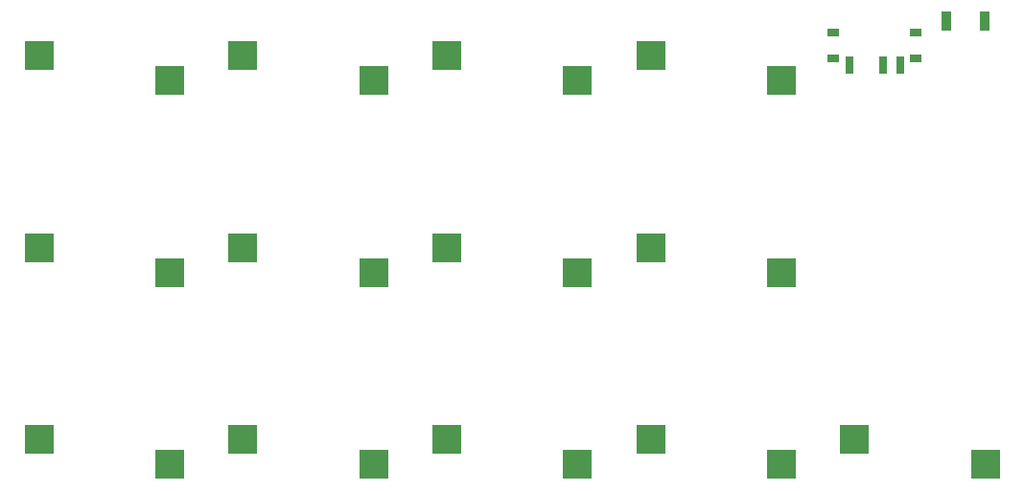
<source format=gbr>
%TF.GenerationSoftware,KiCad,Pcbnew,(5.1.10-1-10_14)*%
%TF.CreationDate,2022-03-08T11:01:30+00:00*%
%TF.ProjectId,The Card Tears Rounded,54686520-4361-4726-9420-546561727320,VERSION_HERE*%
%TF.SameCoordinates,Original*%
%TF.FileFunction,Paste,Bot*%
%TF.FilePolarity,Positive*%
%FSLAX46Y46*%
G04 Gerber Fmt 4.6, Leading zero omitted, Abs format (unit mm)*
G04 Created by KiCad (PCBNEW (5.1.10-1-10_14)) date 2022-03-08 11:01:30*
%MOMM*%
%LPD*%
G01*
G04 APERTURE LIST*
%ADD10R,2.600000X2.600000*%
%ADD11R,0.700000X1.500000*%
%ADD12R,1.000000X0.800000*%
%ADD13R,0.900000X1.700000*%
G04 APERTURE END LIST*
D10*
%TO.C,S1*%
X14725000Y5950000D03*
X26275000Y3750000D03*
%TD*%
%TO.C,S3*%
X14725000Y22950000D03*
X26275000Y20750000D03*
%TD*%
%TO.C,S5*%
X14725000Y39950000D03*
X26275000Y37750000D03*
%TD*%
%TO.C,S7*%
X32725000Y5950000D03*
X44275000Y3750000D03*
%TD*%
%TO.C,S9*%
X32725000Y22950000D03*
X44275000Y20750000D03*
%TD*%
%TO.C,S11*%
X32725000Y39950000D03*
X44275000Y37750000D03*
%TD*%
%TO.C,S13*%
X50725000Y5950000D03*
X62275000Y3750000D03*
%TD*%
%TO.C,S15*%
X50725000Y22950000D03*
X62275000Y20750000D03*
%TD*%
%TO.C,S17*%
X50725000Y39950000D03*
X62275000Y37750000D03*
%TD*%
%TO.C,S19*%
X68725000Y5950000D03*
X80275000Y3750000D03*
%TD*%
%TO.C,S21*%
X68725000Y22950000D03*
X80275000Y20750000D03*
%TD*%
%TO.C,S23*%
X68725000Y39950000D03*
X80275000Y37750000D03*
%TD*%
%TO.C,S25*%
X86725000Y5950000D03*
X98275000Y3750000D03*
%TD*%
D11*
%TO.C,*%
X86250000Y39070000D03*
X89250000Y39070000D03*
X90750000Y39070000D03*
D12*
X84850000Y41930000D03*
X92150000Y41930000D03*
X92150000Y39720000D03*
X84850000Y39720000D03*
%TD*%
D13*
%TO.C,*%
X94800000Y43000000D03*
X98200000Y43000000D03*
%TD*%
M02*

</source>
